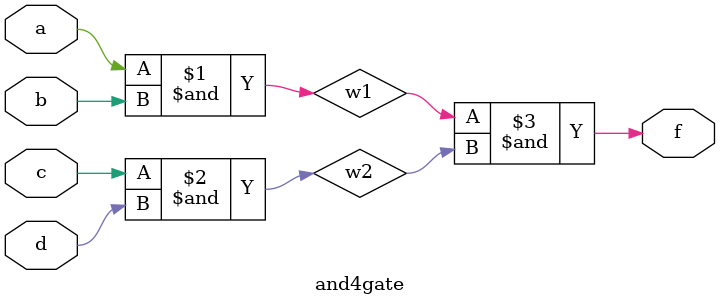
<source format=sv>
`timescale 1ns / 1ps
module and4gate(
    input logic a,
    input logic b,
    input logic c,
    input logic d,
    output logic f
);
    logic w1, w2;

    // Using built-in AND gate primitives
    and (w1, a, b);
    and (w2, c, d);
    and (f, w1, w2);

endmodule


</source>
